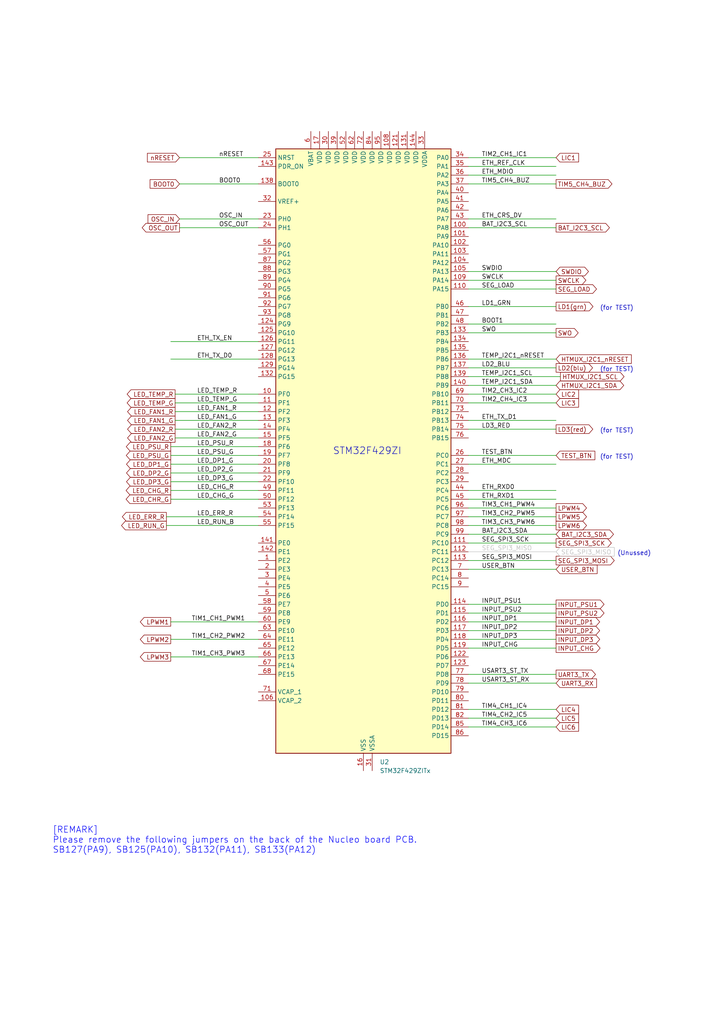
<source format=kicad_sch>
(kicad_sch (version 20230121) (generator eeschema)
  (paper "A4" portrait)
  (title_block (title "[AMDS] MCU Schematic"))
  (lib_symbols
    (symbol "MCU_ST_STM32F4:STM32F429ZITx"
      (property "Reference" "U" (at -25.4 90.17 0))
      (property "Value" "STM32F429ZITx" (at 20.32 90.17 0))
      (symbol "STM32F429ZITx_0_1"
        (rectangle (start -25.4 -86.36) (end 25.4 88.9) (stroke (width 0.254)) (fill (type background)))
      )
      (symbol "STM32F429ZITx_1_1"
        (pin bidirectional line (at -30.48 -30.48 0) (length 5.08) (name "PE2") (number "1"))
        (pin bidirectional line (at -30.48 17.78 0) (length 5.08) (name "PF0") (number "10"))
        (pin bidirectional line (at 30.48 66.04 180) (length 5.08) (name "PA8") (number "100"))
        (pin bidirectional line (at 30.48 63.5 180) (length 5.08) (name "PA9") (number "101"))
        (pin bidirectional line (at 30.48 60.96 180) (length 5.08) (name "PA10") (number "102"))
        (pin bidirectional line (at 30.48 58.42 180) (length 5.08) (name "PA11") (number "103"))
        (pin bidirectional line (at 30.48 55.88 180) (length 5.08) (name "PA12") (number "104"))
        (pin bidirectional line (at 30.48 53.34 180) (length 5.08) (name "PA13") (number "105"))
        (pin power_out line (at -30.48 -71.12 0) (length 5.08) (name "VCAP_2") (number "106"))
        (pin passive line (at 0 -91.44 90) (length 5.08) hide (name "VSS") (number "107"))
        (pin power_in line (at 7.62 93.98 270) (length 5.08) (name "VDD") (number "108"))
        (pin bidirectional line (at 30.48 50.8 180) (length 5.08) (name "PA14") (number "109"))
        (pin bidirectional line (at -30.48 15.24 0) (length 5.08) (name "PF1") (number "11"))
        (pin bidirectional line (at 30.48 48.26 180) (length 5.08) (name "PA15") (number "110"))
        (pin bidirectional line (at 30.48 -25.4 180) (length 5.08) (name "PC10") (number "111"))
        (pin bidirectional line (at 30.48 -27.94 180) (length 5.08) (name "PC11") (number "112"))
        (pin bidirectional line (at 30.48 -30.48 180) (length 5.08) (name "PC12") (number "113"))
        (pin bidirectional line (at 30.48 -43.18 180) (length 5.08) (name "PD0") (number "114"))
        (pin bidirectional line (at 30.48 -45.72 180) (length 5.08) (name "PD1") (number "115"))
        (pin bidirectional line (at 30.48 -48.26 180) (length 5.08) (name "PD2") (number "116"))
        (pin bidirectional line (at 30.48 -50.8 180) (length 5.08) (name "PD3") (number "117"))
        (pin bidirectional line (at 30.48 -53.34 180) (length 5.08) (name "PD4") (number "118"))
        (pin bidirectional line (at 30.48 -55.88 180) (length 5.08) (name "PD5") (number "119"))
        (pin bidirectional line (at -30.48 12.7 0) (length 5.08) (name "PF2") (number "12"))
        (pin passive line (at 0 -91.44 90) (length 5.08) hide (name "VSS") (number "120"))
        (pin power_in line (at 10.16 93.98 270) (length 5.08) (name "VDD") (number "121"))
        (pin bidirectional line (at 30.48 -58.42 180) (length 5.08) (name "PD6") (number "122"))
        (pin bidirectional line (at 30.48 -60.96 180) (length 5.08) (name "PD7") (number "123"))
        (pin bidirectional line (at -30.48 38.1 0) (length 5.08) (name "PG9") (number "124"))
        (pin bidirectional line (at -30.48 35.56 0) (length 5.08) (name "PG10") (number "125"))
        (pin bidirectional line (at -30.48 33.02 0) (length 5.08) (name "PG11") (number "126"))
        (pin bidirectional line (at -30.48 30.48 0) (length 5.08) (name "PG12") (number "127"))
        (pin bidirectional line (at -30.48 27.94 0) (length 5.08) (name "PG13") (number "128"))
        (pin bidirectional line (at -30.48 25.4 0) (length 5.08) (name "PG14") (number "129"))
        (pin bidirectional line (at -30.48 10.16 0) (length 5.08) (name "PF3") (number "13"))
        (pin passive line (at 0 -91.44 90) (length 5.08) hide (name "VSS") (number "130"))
        (pin power_in line (at 12.7 93.98 270) (length 5.08) (name "VDD") (number "131"))
        (pin bidirectional line (at -30.48 22.86 0) (length 5.08) (name "PG15") (number "132"))
        (pin bidirectional line (at 30.48 35.56 180) (length 5.08) (name "PB3") (number "133"))
        (pin bidirectional line (at 30.48 33.02 180) (length 5.08) (name "PB4") (number "134"))
        (pin bidirectional line (at 30.48 30.48 180) (length 5.08) (name "PB5") (number "135"))
        (pin bidirectional line (at 30.48 27.94 180) (length 5.08) (name "PB6") (number "136"))
        (pin bidirectional line (at 30.48 25.4 180) (length 5.08) (name "PB7") (number "137"))
        (pin input line (at -30.48 78.74 0) (length 5.08) (name "BOOT0") (number "138"))
        (pin bidirectional line (at 30.48 22.86 180) (length 5.08) (name "PB8") (number "139"))
        (pin bidirectional line (at -30.48 7.62 0) (length 5.08) (name "PF4") (number "14"))
        (pin bidirectional line (at 30.48 20.32 180) (length 5.08) (name "PB9") (number "140"))
        (pin bidirectional line (at -30.48 -25.4 0) (length 5.08) (name "PE0") (number "141"))
        (pin bidirectional line (at -30.48 -27.94 0) (length 5.08) (name "PE1") (number "142"))
        (pin input line (at -30.48 83.82 0) (length 5.08) (name "PDR_ON") (number "143"))
        (pin power_in line (at 15.24 93.98 270) (length 5.08) (name "VDD") (number "144"))
        (pin bidirectional line (at -30.48 5.08 0) (length 5.08) (name "PF5") (number "15"))
        (pin power_in line (at 0 -91.44 90) (length 5.08) (name "VSS") (number "16"))
        (pin power_in line (at -12.7 93.98 270) (length 5.08) (name "VDD") (number "17"))
        (pin bidirectional line (at -30.48 2.54 0) (length 5.08) (name "PF6") (number "18"))
        (pin bidirectional line (at -30.48 0 0) (length 5.08) (name "PF7") (number "19"))
        (pin bidirectional line (at -30.48 -33.02 0) (length 5.08) (name "PE3") (number "2"))
        (pin bidirectional line (at -30.48 -2.54 0) (length 5.08) (name "PF8") (number "20"))
        (pin bidirectional line (at -30.48 -5.08 0) (length 5.08) (name "PF9") (number "21"))
        (pin bidirectional line (at -30.48 -7.62 0) (length 5.08) (name "PF10") (number "22"))
        (pin bidirectional line (at -30.48 68.58 0) (length 5.08) (name "PH0") (number "23"))
        (pin bidirectional line (at -30.48 66.04 0) (length 5.08) (name "PH1") (number "24"))
        (pin input line (at -30.48 86.36 0) (length 5.08) (name "NRST") (number "25"))
        (pin bidirectional line (at 30.48 0 180) (length 5.08) (name "PC0") (number "26"))
        (pin bidirectional line (at 30.48 -2.54 180) (length 5.08) (name "PC1") (number "27"))
        (pin bidirectional line (at 30.48 -5.08 180) (length 5.08) (name "PC2") (number "28"))
        (pin bidirectional line (at 30.48 -7.62 180) (length 5.08) (name "PC3") (number "29"))
        (pin bidirectional line (at -30.48 -35.56 0) (length 5.08) (name "PE4") (number "3"))
        (pin power_in line (at -10.16 93.98 270) (length 5.08) (name "VDD") (number "30"))
        (pin power_in line (at 2.54 -91.44 90) (length 5.08) (name "VSSA") (number "31"))
        (pin input line (at -30.48 73.66 0) (length 5.08) (name "VREF+") (number "32"))
        (pin power_in line (at 17.78 93.98 270) (length 5.08) (name "VDDA") (number "33"))
        (pin bidirectional line (at 30.48 86.36 180) (length 5.08) (name "PA0") (number "34"))
        (pin bidirectional line (at 30.48 83.82 180) (length 5.08) (name "PA1") (number "35"))
        (pin bidirectional line (at 30.48 81.28 180) (length 5.08) (name "PA2") (number "36"))
        (pin bidirectional line (at 30.48 78.74 180) (length 5.08) (name "PA3") (number "37"))
        (pin passive line (at 0 -91.44 90) (length 5.08) hide (name "VSS") (number "38"))
        (pin power_in line (at -7.62 93.98 270) (length 5.08) (name "VDD") (number "39"))
        (pin bidirectional line (at -30.48 -38.1 0) (length 5.08) (name "PE5") (number "4"))
        (pin bidirectional line (at 30.48 76.2 180) (length 5.08) (name "PA4") (number "40"))
        (pin bidirectional line (at 30.48 73.66 180) (length 5.08) (name "PA5") (number "41"))
        (pin bidirectional line (at 30.48 71.12 180) (length 5.08) (name "PA6") (number "42"))
        (pin bidirectional line (at 30.48 68.58 180) (length 5.08) (name "PA7") (number "43"))
        (pin bidirectional line (at 30.48 -10.16 180) (length 5.08) (name "PC4") (number "44"))
        (pin bidirectional line (at 30.48 -12.7 180) (length 5.08) (name "PC5") (number "45"))
        (pin bidirectional line (at 30.48 43.18 180) (length 5.08) (name "PB0") (number "46"))
        (pin bidirectional line (at 30.48 40.64 180) (length 5.08) (name "PB1") (number "47"))
        (pin bidirectional line (at 30.48 38.1 180) (length 5.08) (name "PB2") (number "48"))
        (pin bidirectional line (at -30.48 -10.16 0) (length 5.08) (name "PF11") (number "49"))
        (pin bidirectional line (at -30.48 -40.64 0) (length 5.08) (name "PE6") (number "5"))
        (pin bidirectional line (at -30.48 -12.7 0) (length 5.08) (name "PF12") (number "50"))
        (pin passive line (at 0 -91.44 90) (length 5.08) hide (name "VSS") (number "51"))
        (pin power_in line (at -5.08 93.98 270) (length 5.08) (name "VDD") (number "52"))
        (pin bidirectional line (at -30.48 -15.24 0) (length 5.08) (name "PF13") (number "53"))
        (pin bidirectional line (at -30.48 -17.78 0) (length 5.08) (name "PF14") (number "54"))
        (pin bidirectional line (at -30.48 -20.32 0) (length 5.08) (name "PF15") (number "55"))
        (pin bidirectional line (at -30.48 60.96 0) (length 5.08) (name "PG0") (number "56"))
        (pin bidirectional line (at -30.48 58.42 0) (length 5.08) (name "PG1") (number "57"))
        (pin bidirectional line (at -30.48 -43.18 0) (length 5.08) (name "PE7") (number "58"))
        (pin bidirectional line (at -30.48 -45.72 0) (length 5.08) (name "PE8") (number "59"))
        (pin power_in line (at -15.24 93.98 270) (length 5.08) (name "VBAT") (number "6"))
        (pin bidirectional line (at -30.48 -48.26 0) (length 5.08) (name "PE9") (number "60"))
        (pin passive line (at 0 -91.44 90) (length 5.08) hide (name "VSS") (number "61"))
        (pin power_in line (at -2.54 93.98 270) (length 5.08) (name "VDD") (number "62"))
        (pin bidirectional line (at -30.48 -50.8 0) (length 5.08) (name "PE10") (number "63"))
        (pin bidirectional line (at -30.48 -53.34 0) (length 5.08) (name "PE11") (number "64"))
        (pin bidirectional line (at -30.48 -55.88 0) (length 5.08) (name "PE12") (number "65"))
        (pin bidirectional line (at -30.48 -58.42 0) (length 5.08) (name "PE13") (number "66"))
        (pin bidirectional line (at -30.48 -60.96 0) (length 5.08) (name "PE14") (number "67"))
        (pin bidirectional line (at -30.48 -63.5 0) (length 5.08) (name "PE15") (number "68"))
        (pin bidirectional line (at 30.48 17.78 180) (length 5.08) (name "PB10") (number "69"))
        (pin bidirectional line (at 30.48 -33.02 180) (length 5.08) (name "PC13") (number "7"))
        (pin bidirectional line (at 30.48 15.24 180) (length 5.08) (name "PB11") (number "70"))
        (pin power_out line (at -30.48 -68.58 0) (length 5.08) (name "VCAP_1") (number "71"))
        (pin power_in line (at 0 93.98 270) (length 5.08) (name "VDD") (number "72"))
        (pin bidirectional line (at 30.48 12.7 180) (length 5.08) (name "PB12") (number "73"))
        (pin bidirectional line (at 30.48 10.16 180) (length 5.08) (name "PB13") (number "74"))
        (pin bidirectional line (at 30.48 7.62 180) (length 5.08) (name "PB14") (number "75"))
        (pin bidirectional line (at 30.48 5.08 180) (length 5.08) (name "PB15") (number "76"))
        (pin bidirectional line (at 30.48 -63.5 180) (length 5.08) (name "PD8") (number "77"))
        (pin bidirectional line (at 30.48 -66.04 180) (length 5.08) (name "PD9") (number "78"))
        (pin bidirectional line (at 30.48 -68.58 180) (length 5.08) (name "PD10") (number "79"))
        (pin bidirectional line (at 30.48 -35.56 180) (length 5.08) (name "PC14") (number "8"))
        (pin bidirectional line (at 30.48 -71.12 180) (length 5.08) (name "PD11") (number "80"))
        (pin bidirectional line (at 30.48 -73.66 180) (length 5.08) (name "PD12") (number "81"))
        (pin bidirectional line (at 30.48 -76.2 180) (length 5.08) (name "PD13") (number "82"))
        (pin passive line (at 0 -91.44 90) (length 5.08) hide (name "VSS") (number "83"))
        (pin power_in line (at 2.54 93.98 270) (length 5.08) (name "VDD") (number "84"))
        (pin bidirectional line (at 30.48 -78.74 180) (length 5.08) (name "PD14") (number "85"))
        (pin bidirectional line (at 30.48 -81.28 180) (length 5.08) (name "PD15") (number "86"))
        (pin bidirectional line (at -30.48 55.88 0) (length 5.08) (name "PG2") (number "87"))
        (pin bidirectional line (at -30.48 53.34 0) (length 5.08) (name "PG3") (number "88"))
        (pin bidirectional line (at -30.48 50.8 0) (length 5.08) (name "PG4") (number "89"))
        (pin bidirectional line (at 30.48 -38.1 180) (length 5.08) (name "PC15") (number "9"))
        (pin bidirectional line (at -30.48 48.26 0) (length 5.08) (name "PG5") (number "90"))
        (pin bidirectional line (at -30.48 45.72 0) (length 5.08) (name "PG6") (number "91"))
        (pin bidirectional line (at -30.48 43.18 0) (length 5.08) (name "PG7") (number "92"))
        (pin bidirectional line (at -30.48 40.64 0) (length 5.08) (name "PG8") (number "93"))
        (pin passive line (at 0 -91.44 90) (length 5.08) hide (name "VSS") (number "94"))
        (pin power_in line (at 5.08 93.98 270) (length 5.08) (name "VDD") (number "95"))
        (pin bidirectional line (at 30.48 -15.24 180) (length 5.08) (name "PC6") (number "96"))
        (pin bidirectional line (at 30.48 -17.78 180) (length 5.08) (name "PC7") (number "97"))
        (pin bidirectional line (at 30.48 -20.32 180) (length 5.08) (name "PC8") (number "98"))
        (pin bidirectional line (at 30.48 -22.86 180) (length 5.08) (name "PC9") (number "99"))
      )
    )
  )
  (wire (pts (xy 135.89 106.68) (xy 161.29 106.68)))
  (wire (pts (xy 135.89 154.94) (xy 161.29 154.94)))
  (wire (pts (xy 49.53 144.78) (xy 74.93 144.78)))
  (wire (pts (xy 50.8 119.38) (xy 74.93 119.38)))
  (wire (pts (xy 48.26 149.86) (xy 74.93 149.86)))
  (wire (pts (xy 49.53 137.16) (xy 74.93 137.16)))
  (wire (pts (xy 50.8 121.92) (xy 74.93 121.92)))
  (wire (pts (xy 135.89 50.8) (xy 161.29 50.8)))
  (wire (pts (xy 74.93 180.34) (xy 49.53 180.34)))
  (wire (pts (xy 135.89 149.86) (xy 161.29 149.86)))
  (wire (pts (xy 135.89 198.12) (xy 161.29 198.12)))
  (wire (pts (xy 135.89 160.02) (xy 161.29 160.02)) (stroke (width 0) (color 194 194 194 1)))
  (wire (pts (xy 135.89 185.42) (xy 161.29 185.42)))
  (wire (pts (xy 135.89 88.9) (xy 161.29 88.9)))
  (wire (pts (xy 48.26 152.4) (xy 74.93 152.4)))
  (wire (pts (xy 135.89 124.46) (xy 161.29 124.46)))
  (wire (pts (xy 49.53 129.54) (xy 74.93 129.54)))
  (wire (pts (xy 135.89 147.32) (xy 161.29 147.32)))
  (wire (pts (xy 135.89 81.28) (xy 161.29 81.28)))
  (wire (pts (xy 49.53 139.7) (xy 74.93 139.7)))
  (wire (pts (xy 135.89 208.28) (xy 161.29 208.28)))
  (wire (pts (xy 135.89 205.74) (xy 161.29 205.74)))
  (wire (pts (xy 135.89 111.76) (xy 161.29 111.76)))
  (wire (pts (xy 49.53 104.14) (xy 74.93 104.14)))
  (wire (pts (xy 135.89 78.74) (xy 161.29 78.74)))
  (wire (pts (xy 50.8 114.3) (xy 74.93 114.3)))
  (wire (pts (xy 50.8 116.84) (xy 74.93 116.84)))
  (wire (pts (xy 135.89 104.14) (xy 161.29 104.14)))
  (wire (pts (xy 135.89 157.48) (xy 161.29 157.48)))
  (wire (pts (xy 135.89 83.82) (xy 161.29 83.82)))
  (wire (pts (xy 50.8 124.46) (xy 74.93 124.46)))
  (wire (pts (xy 135.89 121.92) (xy 161.29 121.92)))
  (wire (pts (xy 49.53 99.06) (xy 74.93 99.06)))
  (wire (pts (xy 135.89 144.78) (xy 161.29 144.78)))
  (wire (pts (xy 135.89 45.72) (xy 161.29 45.72)))
  (wire (pts (xy 52.07 53.34) (xy 74.93 53.34)))
  (wire (pts (xy 135.89 134.62) (xy 161.29 134.62)))
  (wire (pts (xy 135.89 142.24) (xy 161.29 142.24)))
  (wire (pts (xy 135.89 187.96) (xy 161.29 187.96)))
  (wire (pts (xy 52.07 66.04) (xy 74.93 66.04)))
  (wire (pts (xy 135.89 162.56) (xy 161.29 162.56)))
  (wire (pts (xy 135.89 53.34) (xy 161.29 53.34)))
  (wire (pts (xy 135.89 152.4) (xy 161.29 152.4)))
  (wire (pts (xy 135.89 175.26) (xy 161.29 175.26)))
  (wire (pts (xy 135.89 116.84) (xy 161.29 116.84)))
  (wire (pts (xy 135.89 93.98) (xy 161.29 93.98)))
  (wire (pts (xy 135.89 182.88) (xy 161.29 182.88)))
  (wire (pts (xy 52.07 45.72) (xy 74.93 45.72)))
  (wire (pts (xy 135.89 195.58) (xy 161.29 195.58)))
  (wire (pts (xy 135.89 114.3) (xy 161.29 114.3)))
  (wire (pts (xy 49.53 142.24) (xy 74.93 142.24)))
  (wire (pts (xy 49.53 132.08) (xy 74.93 132.08)))
  (wire (pts (xy 135.89 210.82) (xy 161.29 210.82)))
  (wire (pts (xy 135.89 109.22) (xy 162.56 109.22)))
  (wire (pts (xy 74.93 190.5) (xy 49.53 190.5)))
  (wire (pts (xy 135.89 96.52) (xy 161.29 96.52)))
  (wire (pts (xy 74.93 185.42) (xy 49.53 185.42)))
  (wire (pts (xy 135.89 180.34) (xy 161.29 180.34)))
  (wire (pts (xy 135.89 165.1) (xy 161.29 165.1)))
  (wire (pts (xy 135.89 63.5) (xy 161.29 63.5)))
  (wire (pts (xy 135.89 66.04) (xy 161.29 66.04)))
  (wire (pts (xy 135.89 132.08) (xy 161.29 132.08)))
  (wire (pts (xy 135.89 177.8) (xy 161.29 177.8)))
  (wire (pts (xy 135.89 48.26) (xy 161.29 48.26)))
  (wire (pts (xy 49.53 134.62) (xy 74.93 134.62)))
  (wire (pts (xy 52.07 63.5) (xy 74.93 63.5)))
  (wire (pts (xy 50.8 127) (xy 74.93 127)))
  (text "STM32F429ZI" (at 96.52 132.08 0) (effects (font (size 2 2)) (justify left bottom)))
  (text "(for TEST)" (at 173.99 107.95 0) (effects (font (size 1.27 1.27)) (justify left bottom)))
  (text "(for TEST)" (at 173.99 125.73 0) (effects (font (size 1.27 1.27)) (justify left bottom)))
  (text "[REMARK]\nPlease remove the following jumpers on the back of the Nucleo board PCB.\nSB127(PA9), SB125(PA10), SB132(PA11), SB133(PA12)" (at 15.24 247.65 0) (effects (font (size 1.8 1.8)) (justify left bottom)))
  (text "(for TEST)" (at 173.99 90.17 0) (effects (font (size 1.27 1.27)) (justify left bottom)))
  (text "(Unussed)" (at 179.07 161.29 0) (effects (font (size 1.27 1.27)) (justify left bottom)))
  (text "(for TEST)" (at 173.99 133.35 0) (effects (font (size 1.27 1.27)) (justify left bottom)))
  (label "ETH_MDC" (at 139.7 134.62 0))
  (label "TEST_BTN" (at 139.7 132.08 0))
  (label "SEG_SPI3_MISO" (at 139.7 160.02 0))
  (label "LED_CHG_R" (at 57.15 142.24 0))
  (label "OSC_IN" (at 63.5 63.5 0))
  (label "LED_FAN1_R" (at 57.15 119.38 0))
  (label "LED_DP2_G" (at 57.15 137.16 0))
  (label "TEMP_I2C1_SCL" (at 139.7 109.22 0))
  (label "TIM5_CH4_BUZ" (at 139.7 53.34 0))
  (label "ETH_CRS_DV" (at 139.7 63.5 0))
  (label "USART3_ST_RX" (at 139.7 198.12 0))
  (label "OSC_OUT" (at 63.5 66.04 0))
  (label "SWCLK" (at 139.7 81.28 0))
  (label "INPUT_PSU1" (at 139.7 175.26 0))
  (label "LD1_GRN" (at 139.7 88.9 0))
  (label "ETH_TX_D0" (at 57.15 104.14 0))
  (label "ETH_REF_CLK" (at 139.7 48.26 0))
  (label "LED_PSU_G" (at 57.15 132.08 0))
  (label "LED_TEMP_R" (at 57.15 114.3 0))
  (label "TIM2_CH3_IC2" (at 139.7 114.3 0))
  (label "TIM1_CH1_PWM1" (at 71.12 180.34 180))
  (label "BAT_I2C3_SCL" (at 139.7 66.04 0))
  (label "USER_BTN" (at 139.7 165.1 0))
  (label "USART3_ST_TX" (at 139.7 195.58 0))
  (label "SWO" (at 139.7 96.52 0))
  (label "SWDIO" (at 139.7 78.74 0))
  (label "INPUT_DP2" (at 139.7 182.88 0))
  (label "ETH_TX_D1" (at 139.7 121.92 0))
  (label "TEMP_I2C1_nRESET" (at 139.7 104.14 0))
  (label "LED_RUN_B" (at 57.15 152.4 0))
  (label "TIM4_CH1_IC4" (at 139.7 205.74 0))
  (label "TIM3_CH3_PWM6" (at 139.7 152.4 0))
  (label "TIM4_CH3_IC6" (at 139.7 210.82 0))
  (label "LED_PSU_R" (at 57.15 129.54 0))
  (label "INPUT_DP1" (at 139.7 180.34 0))
  (label "SEG_LOAD" (at 139.7 83.82 0))
  (label "nRESET" (at 63.5 45.72 0))
  (label "TEMP_I2C1_SDA" (at 139.7 111.76 0))
  (label "LD2_BLU" (at 139.7 106.68 0))
  (label "LED_FAN2_G" (at 57.15 127 0))
  (label "BOOT0" (at 63.5 53.34 0))
  (label "ETH_RXD0" (at 139.7 142.24 0))
  (label "INPUT_DP3" (at 139.7 185.42 0))
  (label "LED_FAN1_G" (at 57.15 121.92 0))
  (label "LED_CHG_G" (at 57.15 144.78 0))
  (label "LED_DP3_G" (at 57.15 139.7 0))
  (label "ETH_RXD1" (at 139.7 144.78 0))
  (label "LED_FAN2_R" (at 57.15 124.46 0))
  (label "BAT_I2C3_SDA" (at 139.7 154.94 0))
  (label "TIM1_CH2_PWM2" (at 71.12 185.42 180))
  (label "ETH_MDIO" (at 139.7 50.8 0))
  (label "INPUT_PSU2" (at 139.7 177.8 0))
  (label "TIM2_CH1_IC1" (at 139.7 45.72 0))
  (label "BOOT1" (at 139.7 93.98 0))
  (label "LED_DP1_G" (at 57.15 134.62 0))
  (label "TIM1_CH3_PWM3" (at 71.12 190.5 180))
  (label "LD3_RED" (at 139.7 124.46 0))
  (label "LED_ERR_R" (at 57.15 149.86 0))
  (label "TIM3_CH1_PWM4" (at 139.7 147.32 0))
  (label "INPUT_CHG" (at 139.7 187.96 0))
  (label "SEG_SPI3_SCK" (at 139.7 157.48 0))
  (label "TIM4_CH2_IC5" (at 139.7 208.28 0))
  (label "TIM3_CH2_PWM5" (at 139.7 149.86 0))
  (label "ETH_TX_EN" (at 57.15 99.06 0))
  (label "LED_TEMP_G" (at 57.15 116.84 0))
  (label "SEG_SPI3_MOSI" (at 139.7 162.56 0))
  (label "TIM2_CH4_IC3" (at 139.7 116.84 0))
  (global_label "LIC5" (shape input) (at 161.29 208.28 0) (property "Intersheetrefs" "${INTERSHEET_REFS}" (effects hide)))
  (global_label "LED_TEMP_G" (shape output) (at 50.8 116.84 180) (property "Intersheetrefs" "${INTERSHEET_REFS}" (effects hide)))
  (global_label "INPUT_DP3" (shape output) (at 161.29 185.42 0) (property "Intersheetrefs" "${INTERSHEET_REFS}" (effects hide)))
  (global_label "LED_DP3_G" (shape output) (at 49.53 139.7 180) (property "Intersheetrefs" "${INTERSHEET_REFS}" (effects hide)))
  (global_label "SWCLK" (shape output) (at 161.29 81.28 0) (property "Intersheetrefs" "${INTERSHEET_REFS}" (effects hide)))
  (global_label "INPUT_CHG" (shape output) (at 161.29 187.96 0) (property "Intersheetrefs" "${INTERSHEET_REFS}" (effects hide)))
  (global_label "HTMUX_I2C1_nRESET" (shape input) (at 161.29 104.14 0) (property "Intersheetrefs" "${INTERSHEET_REFS}" (effects hide)))
  (global_label "LED_FAN2_G" (shape output) (at 50.8 127 180) (property "Intersheetrefs" "${INTERSHEET_REFS}" (effects hide)))
  (global_label "LED_DP1_G" (shape output) (at 49.53 134.62 180) (property "Intersheetrefs" "${INTERSHEET_REFS}" (effects hide)))
  (global_label "OSC_IN" (shape input) (at 52.07 63.5 180) (property "Intersheetrefs" "${INTERSHEET_REFS}" (effects hide)))
  (global_label "LED_PSU_G" (shape output) (at 49.53 132.08 180) (property "Intersheetrefs" "${INTERSHEET_REFS}" (effects hide)))
  (global_label "TIM5_CH4_BUZ" (shape output) (at 161.29 53.34 0) (property "Intersheetrefs" "${INTERSHEET_REFS}" (effects hide)))
  (global_label "LED_FAN1_G" (shape output) (at 50.8 121.92 180) (property "Intersheetrefs" "${INTERSHEET_REFS}" (effects hide)))
  (global_label "LED_FAN2_R" (shape output) (at 50.8 124.46 180) (property "Intersheetrefs" "${INTERSHEET_REFS}" (effects hide)))
  (global_label "SEG_LOAD" (shape output) (at 161.29 83.82 0) (property "Intersheetrefs" "${INTERSHEET_REFS}" (effects hide)))
  (global_label "SEG_SPI3_MISO" (shape input) (at 161.29 160.02 0) (property "Intersheetrefs" "${INTERSHEET_REFS}" (effects hide)))
  (global_label "INPUT_DP2" (shape output) (at 161.29 182.88 0) (property "Intersheetrefs" "${INTERSHEET_REFS}" (effects hide)))
  (global_label "SEG_SPI3_SCK" (shape output) (at 161.29 157.48 0) (property "Intersheetrefs" "${INTERSHEET_REFS}" (effects hide)))
  (global_label "LIC4" (shape input) (at 161.29 205.74 0) (property "Intersheetrefs" "${INTERSHEET_REFS}" (effects hide)))
  (global_label "LPWM4" (shape output) (at 161.29 147.32 0) (property "Intersheetrefs" "${INTERSHEET_REFS}" (effects hide)))
  (global_label "BOOT0" (shape input) (at 52.07 53.34 180) (property "Intersheetrefs" "${INTERSHEET_REFS}" (effects hide)))
  (global_label "LPWM3" (shape output) (at 49.53 190.5 180) (property "Intersheetrefs" "${INTERSHEET_REFS}" (effects hide)))
  (global_label "LD3(red)" (shape output) (at 161.29 124.46 0) (property "Intersheetrefs" "${INTERSHEET_REFS}" (effects hide)))
  (global_label "USER_BTN" (shape input) (at 161.29 165.1 0) (property "Intersheetrefs" "${INTERSHEET_REFS}" (effects hide)))
  (global_label "SEG_SPI3_MOSI" (shape output) (at 161.29 162.56 0) (property "Intersheetrefs" "${INTERSHEET_REFS}" (effects hide)))
  (global_label "INPUT_PSU2" (shape output) (at 161.29 177.8 0) (property "Intersheetrefs" "${INTERSHEET_REFS}" (effects hide)))
  (global_label "LD2(blu)" (shape output) (at 161.29 106.68 0) (property "Intersheetrefs" "${INTERSHEET_REFS}" (effects hide)))
  (global_label "UART3_TX" (shape output) (at 161.29 195.58 0) (property "Intersheetrefs" "${INTERSHEET_REFS}" (effects hide)))
  (global_label "LPWM5" (shape output) (at 161.29 149.86 0) (property "Intersheetrefs" "${INTERSHEET_REFS}" (effects hide)))
  (global_label "LED_FAN1_R" (shape output) (at 50.8 119.38 180) (property "Intersheetrefs" "${INTERSHEET_REFS}" (effects hide)))
  (global_label "OSC_OUT" (shape output) (at 52.07 66.04 180) (property "Intersheetrefs" "${INTERSHEET_REFS}" (effects hide)))
  (global_label "HTMUX_I2C1_SCL" (shape output) (at 162.56 109.22 0) (property "Intersheetrefs" "${INTERSHEET_REFS}" (effects hide)))
  (global_label "INPUT_DP1" (shape output) (at 161.29 180.34 0) (property "Intersheetrefs" "${INTERSHEET_REFS}" (effects hide)))
  (global_label "LED_RUN_G" (shape output) (at 48.26 152.4 180) (property "Intersheetrefs" "${INTERSHEET_REFS}" (effects hide)))
  (global_label "LED_CHG_R" (shape output) (at 49.53 142.24 180) (property "Intersheetrefs" "${INTERSHEET_REFS}" (effects hide)))
  (global_label "LD1(grn)" (shape output) (at 161.29 88.9 0) (property "Intersheetrefs" "${INTERSHEET_REFS}" (effects hide)))
  (global_label "LPWM6" (shape output) (at 161.29 152.4 0) (property "Intersheetrefs" "${INTERSHEET_REFS}" (effects hide)))
  (global_label "SWO" (shape output) (at 161.29 96.52 0) (property "Intersheetrefs" "${INTERSHEET_REFS}" (effects hide)))
  (global_label "nRESET" (shape input) (at 52.07 45.72 180) (property "Intersheetrefs" "${INTERSHEET_REFS}" (effects hide)))
  (global_label "LED_CHR_G" (shape output) (at 49.53 144.78 180) (property "Intersheetrefs" "${INTERSHEET_REFS}" (effects hide)))
  (global_label "LIC6" (shape input) (at 161.29 210.82 0) (property "Intersheetrefs" "${INTERSHEET_REFS}" (effects hide)))
  (global_label "LED_ERR_R" (shape output) (at 48.26 149.86 180) (property "Intersheetrefs" "${INTERSHEET_REFS}" (effects hide)))
  (global_label "LED_DP2_G" (shape output) (at 49.53 137.16 180) (property "Intersheetrefs" "${INTERSHEET_REFS}" (effects hide)))
  (global_label "HTMUX_I2C1_SDA" (shape bidirectional) (at 161.29 111.76 0) (property "Intersheetrefs" "${INTERSHEET_REFS}" (effects hide)))
  (global_label "LIC3" (shape input) (at 161.29 116.84 0) (property "Intersheetrefs" "${INTERSHEET_REFS}" (effects hide)))
  (global_label "TEST_BTN" (shape input) (at 161.29 132.08 0) (property "Intersheetrefs" "${INTERSHEET_REFS}" (effects hide)))
  (global_label "LIC1" (shape input) (at 161.29 45.72 0) (property "Intersheetrefs" "${INTERSHEET_REFS}" (effects hide)))
  (global_label "LPWM1" (shape output) (at 49.53 180.34 180) (property "Intersheetrefs" "${INTERSHEET_REFS}" (effects hide)))
  (global_label "INPUT_PSU1" (shape output) (at 161.29 175.26 0) (property "Intersheetrefs" "${INTERSHEET_REFS}" (effects hide)))
  (global_label "LED_TEMP_R" (shape output) (at 50.8 114.3 180) (property "Intersheetrefs" "${INTERSHEET_REFS}" (effects hide)))
  (global_label "UART3_RX" (shape input) (at 161.29 198.12 0) (property "Intersheetrefs" "${INTERSHEET_REFS}" (effects hide)))
  (global_label "LIC2" (shape input) (at 161.29 114.3 0) (property "Intersheetrefs" "${INTERSHEET_REFS}" (effects hide)))
  (global_label "LPWM2" (shape output) (at 49.53 185.42 180) (property "Intersheetrefs" "${INTERSHEET_REFS}" (effects hide)))
  (global_label "BAT_I2C3_SDA" (shape bidirectional) (at 161.29 154.94 0) (property "Intersheetrefs" "${INTERSHEET_REFS}" (effects hide)))
  (global_label "LED_PSU_R" (shape output) (at 49.53 129.54 180) (property "Intersheetrefs" "${INTERSHEET_REFS}" (effects hide)))
  (global_label "BAT_I2C3_SCL" (shape output) (at 161.29 66.04 0) (property "Intersheetrefs" "${INTERSHEET_REFS}" (effects hide)))
  (global_label "SWDIO" (shape bidirectional) (at 161.29 78.74 0) (property "Intersheetrefs" "${INTERSHEET_REFS}" (effects hide)))
  (symbol (lib_id "MCU_ST_STM32F4:STM32F429ZITx") (at 105.41 132.08 0) (unit 1)
    (property "Reference" "U2" (at 110.1441 220.98 0) (effects (justify left)))
    (property "Value" "STM32F429ZITx" (at 110.1441 223.52 0) (effects (justify left)))
    (property "Footprint" "Package_QFP:LQFP-144_20x20mm_P0.5mm" (effects hide))
    (property "Datasheet" "https://www.st.com/resource/en/datasheet/stm32f429zi.pdf" (effects hide))
  )
)
</source>
